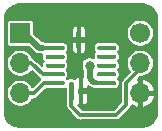
<source format=gbr>
%TF.GenerationSoftware,KiCad,Pcbnew,(5.1.12)-1*%
%TF.CreationDate,2021-11-22T20:58:17+01:00*%
%TF.ProjectId,Adapter-VCNL4010,41646170-7465-4722-9d56-434e4c343031,rev?*%
%TF.SameCoordinates,Original*%
%TF.FileFunction,Copper,L1,Top*%
%TF.FilePolarity,Positive*%
%FSLAX46Y46*%
G04 Gerber Fmt 4.6, Leading zero omitted, Abs format (unit mm)*
G04 Created by KiCad (PCBNEW (5.1.12)-1) date 2021-11-22 20:58:17*
%MOMM*%
%LPD*%
G01*
G04 APERTURE LIST*
%TA.AperFunction,ComponentPad*%
%ADD10O,1.700000X1.700000*%
%TD*%
%TA.AperFunction,ComponentPad*%
%ADD11C,1.700000*%
%TD*%
%TA.AperFunction,ComponentPad*%
%ADD12R,1.700000X1.700000*%
%TD*%
%TA.AperFunction,ViaPad*%
%ADD13C,0.800000*%
%TD*%
%TA.AperFunction,Conductor*%
%ADD14C,0.300000*%
%TD*%
%TA.AperFunction,Conductor*%
%ADD15C,0.500000*%
%TD*%
%TA.AperFunction,Conductor*%
%ADD16C,0.200000*%
%TD*%
%TA.AperFunction,Conductor*%
%ADD17C,0.100000*%
%TD*%
G04 APERTURE END LIST*
%TO.P,U1,1*%
%TO.N,/VCC_LED*%
%TA.AperFunction,SMDPad,CuDef*%
G36*
G01*
X153350000Y-129325000D02*
X154785000Y-129325000D01*
G75*
G02*
X154872500Y-129412500I0J-87500D01*
G01*
X154872500Y-129587500D01*
G75*
G02*
X154785000Y-129675000I-87500J0D01*
G01*
X153350000Y-129675000D01*
G75*
G02*
X153262500Y-129587500I0J87500D01*
G01*
X153262500Y-129412500D01*
G75*
G02*
X153350000Y-129325000I87500J0D01*
G01*
G37*
%TD.AperFunction*%
%TO.P,U1,2*%
%TO.N,N/C*%
%TA.AperFunction,SMDPad,CuDef*%
G36*
G01*
X153350000Y-130075000D02*
X154785000Y-130075000D01*
G75*
G02*
X154872500Y-130162500I0J-87500D01*
G01*
X154872500Y-130337500D01*
G75*
G02*
X154785000Y-130425000I-87500J0D01*
G01*
X153350000Y-130425000D01*
G75*
G02*
X153262500Y-130337500I0J87500D01*
G01*
X153262500Y-130162500D01*
G75*
G02*
X153350000Y-130075000I87500J0D01*
G01*
G37*
%TD.AperFunction*%
%TO.P,U1,3*%
%TA.AperFunction,SMDPad,CuDef*%
G36*
G01*
X153350000Y-130825000D02*
X154785000Y-130825000D01*
G75*
G02*
X154872500Y-130912500I0J-87500D01*
G01*
X154872500Y-131087500D01*
G75*
G02*
X154785000Y-131175000I-87500J0D01*
G01*
X153350000Y-131175000D01*
G75*
G02*
X153262500Y-131087500I0J87500D01*
G01*
X153262500Y-130912500D01*
G75*
G02*
X153350000Y-130825000I87500J0D01*
G01*
G37*
%TD.AperFunction*%
%TO.P,U1,4*%
%TO.N,/SDAT*%
%TA.AperFunction,SMDPad,CuDef*%
G36*
G01*
X153350000Y-131575000D02*
X154785000Y-131575000D01*
G75*
G02*
X154872500Y-131662500I0J-87500D01*
G01*
X154872500Y-131837500D01*
G75*
G02*
X154785000Y-131925000I-87500J0D01*
G01*
X153350000Y-131925000D01*
G75*
G02*
X153262500Y-131837500I0J87500D01*
G01*
X153262500Y-131662500D01*
G75*
G02*
X153350000Y-131575000I87500J0D01*
G01*
G37*
%TD.AperFunction*%
%TO.P,U1,5*%
%TO.N,/SCLK*%
%TA.AperFunction,SMDPad,CuDef*%
G36*
G01*
X153350000Y-132325000D02*
X154785000Y-132325000D01*
G75*
G02*
X154872500Y-132412500I0J-87500D01*
G01*
X154872500Y-132587500D01*
G75*
G02*
X154785000Y-132675000I-87500J0D01*
G01*
X153350000Y-132675000D01*
G75*
G02*
X153262500Y-132587500I0J87500D01*
G01*
X153262500Y-132412500D01*
G75*
G02*
X153350000Y-132325000I87500J0D01*
G01*
G37*
%TD.AperFunction*%
%TO.P,U1,7*%
%TO.N,Net-(C1-Pad1)*%
%TA.AperFunction,SMDPad,CuDef*%
G36*
G01*
X157715000Y-132325000D02*
X159150000Y-132325000D01*
G75*
G02*
X159237500Y-132412500I0J-87500D01*
G01*
X159237500Y-132587500D01*
G75*
G02*
X159150000Y-132675000I-87500J0D01*
G01*
X157715000Y-132675000D01*
G75*
G02*
X157627500Y-132587500I0J87500D01*
G01*
X157627500Y-132412500D01*
G75*
G02*
X157715000Y-132325000I87500J0D01*
G01*
G37*
%TD.AperFunction*%
%TO.P,U1,8*%
%TO.N,N/C*%
%TA.AperFunction,SMDPad,CuDef*%
G36*
G01*
X157715000Y-131575000D02*
X159150000Y-131575000D01*
G75*
G02*
X159237500Y-131662500I0J-87500D01*
G01*
X159237500Y-131837500D01*
G75*
G02*
X159150000Y-131925000I-87500J0D01*
G01*
X157715000Y-131925000D01*
G75*
G02*
X157627500Y-131837500I0J87500D01*
G01*
X157627500Y-131662500D01*
G75*
G02*
X157715000Y-131575000I87500J0D01*
G01*
G37*
%TD.AperFunction*%
%TO.P,U1,9*%
%TA.AperFunction,SMDPad,CuDef*%
G36*
G01*
X157715000Y-130825000D02*
X159150000Y-130825000D01*
G75*
G02*
X159237500Y-130912500I0J-87500D01*
G01*
X159237500Y-131087500D01*
G75*
G02*
X159150000Y-131175000I-87500J0D01*
G01*
X157715000Y-131175000D01*
G75*
G02*
X157627500Y-131087500I0J87500D01*
G01*
X157627500Y-130912500D01*
G75*
G02*
X157715000Y-130825000I87500J0D01*
G01*
G37*
%TD.AperFunction*%
%TO.P,U1,10*%
%TA.AperFunction,SMDPad,CuDef*%
G36*
G01*
X157715000Y-130075000D02*
X159150000Y-130075000D01*
G75*
G02*
X159237500Y-130162500I0J-87500D01*
G01*
X159237500Y-130337500D01*
G75*
G02*
X159150000Y-130425000I-87500J0D01*
G01*
X157715000Y-130425000D01*
G75*
G02*
X157627500Y-130337500I0J87500D01*
G01*
X157627500Y-130162500D01*
G75*
G02*
X157715000Y-130075000I87500J0D01*
G01*
G37*
%TD.AperFunction*%
%TO.P,U1,11*%
%TA.AperFunction,SMDPad,CuDef*%
G36*
G01*
X157715000Y-129325000D02*
X159150000Y-129325000D01*
G75*
G02*
X159237500Y-129412500I0J-87500D01*
G01*
X159237500Y-129587500D01*
G75*
G02*
X159150000Y-129675000I-87500J0D01*
G01*
X157715000Y-129675000D01*
G75*
G02*
X157627500Y-129587500I0J87500D01*
G01*
X157627500Y-129412500D01*
G75*
G02*
X157715000Y-129325000I87500J0D01*
G01*
G37*
%TD.AperFunction*%
%TO.P,U1,12*%
%TO.N,GND*%
%TA.AperFunction,SMDPad,CuDef*%
G36*
G01*
X155875000Y-129530000D02*
X155875000Y-128120000D01*
G75*
G02*
X155975000Y-128020000I100000J0D01*
G01*
X156175000Y-128020000D01*
G75*
G02*
X156275000Y-128120000I0J-100000D01*
G01*
X156275000Y-129530000D01*
G75*
G02*
X156175000Y-129630000I-100000J0D01*
G01*
X155975000Y-129630000D01*
G75*
G02*
X155875000Y-129530000I0J100000D01*
G01*
G37*
%TD.AperFunction*%
%TO.P,U1,6*%
%TO.N,/INT*%
%TA.AperFunction,SMDPad,CuDef*%
G36*
G01*
X155250000Y-133880000D02*
X155250000Y-132470000D01*
G75*
G02*
X155350000Y-132370000I100000J0D01*
G01*
X155550000Y-132370000D01*
G75*
G02*
X155650000Y-132470000I0J-100000D01*
G01*
X155650000Y-133880000D01*
G75*
G02*
X155550000Y-133980000I-100000J0D01*
G01*
X155350000Y-133980000D01*
G75*
G02*
X155250000Y-133880000I0J100000D01*
G01*
G37*
%TD.AperFunction*%
%TO.P,U1,13*%
%TO.N,GND*%
%TA.AperFunction,SMDPad,CuDef*%
G36*
G01*
X156050000Y-133880000D02*
X156050000Y-132470000D01*
G75*
G02*
X156150000Y-132370000I100000J0D01*
G01*
X156350000Y-132370000D01*
G75*
G02*
X156450000Y-132470000I0J-100000D01*
G01*
X156450000Y-133880000D01*
G75*
G02*
X156350000Y-133980000I-100000J0D01*
G01*
X156150000Y-133980000D01*
G75*
G02*
X156050000Y-133880000I0J100000D01*
G01*
G37*
%TD.AperFunction*%
%TD*%
D10*
%TO.P,J2,3*%
%TO.N,GND*%
X161290000Y-133350000D03*
%TO.P,J2,2*%
%TO.N,/INT*%
X161290000Y-130810000D03*
D11*
%TO.P,J2,1*%
%TO.N,/VCC*%
X161290000Y-128270000D03*
%TD*%
D10*
%TO.P,J1,3*%
%TO.N,/SCLK*%
X151130000Y-133350000D03*
%TO.P,J1,2*%
%TO.N,/SDAT*%
X151130000Y-130810000D03*
D12*
%TO.P,J1,1*%
%TO.N,/VCC_LED*%
X151130000Y-128270000D03*
%TD*%
D13*
%TO.N,GND*%
X157250000Y-126750000D03*
X157250000Y-128750000D03*
X157250000Y-127750000D03*
X157200000Y-133200000D03*
X157200000Y-134200000D03*
%TO.N,Net-(C1-Pad1)*%
X157000000Y-131000000D03*
%TD*%
D14*
%TO.N,/INT*%
X155450000Y-134450000D02*
X155450000Y-133175000D01*
X156200000Y-135200000D02*
X155450000Y-134450000D01*
X159200000Y-135200000D02*
X156200000Y-135200000D01*
X160089999Y-132510001D02*
X160089999Y-134310001D01*
X160089999Y-134310001D02*
X159200000Y-135200000D01*
X161290000Y-131310000D02*
X160089999Y-132510001D01*
X161290000Y-130810000D02*
X161290000Y-131310000D01*
%TO.N,/SDAT*%
X152060000Y-130810000D02*
X151130000Y-130810000D01*
X153000000Y-131750000D02*
X152060000Y-130810000D01*
X154067500Y-131750000D02*
X153000000Y-131750000D01*
%TO.N,/SCLK*%
X153100000Y-132500000D02*
X152250000Y-133350000D01*
X154067500Y-132500000D02*
X153100000Y-132500000D01*
X152250000Y-133350000D02*
X151130000Y-133350000D01*
D15*
%TO.N,Net-(C1-Pad1)*%
X157000000Y-132087783D02*
X157000000Y-131000000D01*
X157307849Y-132395632D02*
X157000000Y-132087783D01*
D14*
X157495632Y-132395632D02*
X157600000Y-132500000D01*
X157307849Y-132395632D02*
X157495632Y-132395632D01*
X157600000Y-132500000D02*
X157300000Y-132500000D01*
X158432500Y-132500000D02*
X157600000Y-132500000D01*
%TO.N,/VCC_LED*%
X154067500Y-129500000D02*
X153000000Y-129500000D01*
D15*
X153000000Y-129500000D02*
X152700000Y-129500000D01*
X152700000Y-129500000D02*
X151470000Y-128270000D01*
X151470000Y-128270000D02*
X151130000Y-128270000D01*
%TD*%
D16*
%TO.N,GND*%
X161727922Y-125848906D02*
X161947165Y-125915100D01*
X162149370Y-126022614D01*
X162326847Y-126167361D01*
X162472829Y-126343824D01*
X162581754Y-126545276D01*
X162649474Y-126764047D01*
X162675000Y-127006915D01*
X162675001Y-134984094D01*
X162651094Y-135227922D01*
X162584900Y-135447166D01*
X162477386Y-135649370D01*
X162332639Y-135826847D01*
X162156176Y-135972830D01*
X161954727Y-136081753D01*
X161735958Y-136149474D01*
X161493085Y-136175000D01*
X151015896Y-136175000D01*
X150772078Y-136151094D01*
X150552834Y-136084900D01*
X150350630Y-135977386D01*
X150173153Y-135832639D01*
X150027170Y-135656176D01*
X149918247Y-135454727D01*
X149850526Y-135235958D01*
X149825000Y-134993085D01*
X149825000Y-127420000D01*
X149978549Y-127420000D01*
X149978549Y-129120000D01*
X149984341Y-129178810D01*
X150001496Y-129235360D01*
X150029353Y-129287477D01*
X150066842Y-129333158D01*
X150112523Y-129370647D01*
X150164640Y-129398504D01*
X150221190Y-129415659D01*
X150280000Y-129421451D01*
X151843634Y-129421451D01*
X152291987Y-129869804D01*
X152309210Y-129890790D01*
X152392958Y-129959521D01*
X152488506Y-130010592D01*
X152592181Y-130042042D01*
X152672982Y-130050000D01*
X152672989Y-130050000D01*
X152700000Y-130052660D01*
X152727011Y-130050000D01*
X152979631Y-130050000D01*
X152968523Y-130086619D01*
X152961049Y-130162500D01*
X152961049Y-130337500D01*
X152968523Y-130413381D01*
X152990656Y-130486345D01*
X153026599Y-130553590D01*
X153074970Y-130612530D01*
X153090165Y-130625000D01*
X153074970Y-130637470D01*
X153026599Y-130696410D01*
X152990656Y-130763655D01*
X152968523Y-130836619D01*
X152961049Y-130912500D01*
X152961049Y-131074653D01*
X152393829Y-130507434D01*
X152379737Y-130490263D01*
X152311216Y-130434029D01*
X152233041Y-130392243D01*
X152197207Y-130381373D01*
X152149116Y-130265271D01*
X152023263Y-130076918D01*
X151863082Y-129916737D01*
X151674729Y-129790884D01*
X151465443Y-129704194D01*
X151243265Y-129660000D01*
X151016735Y-129660000D01*
X150794557Y-129704194D01*
X150585271Y-129790884D01*
X150396918Y-129916737D01*
X150236737Y-130076918D01*
X150110884Y-130265271D01*
X150024194Y-130474557D01*
X149980000Y-130696735D01*
X149980000Y-130923265D01*
X150024194Y-131145443D01*
X150110884Y-131354729D01*
X150236737Y-131543082D01*
X150396918Y-131703263D01*
X150585271Y-131829116D01*
X150794557Y-131915806D01*
X151016735Y-131960000D01*
X151243265Y-131960000D01*
X151465443Y-131915806D01*
X151674729Y-131829116D01*
X151863082Y-131703263D01*
X152023263Y-131543082D01*
X152076705Y-131463100D01*
X152666176Y-132052572D01*
X152680263Y-132069737D01*
X152697428Y-132083824D01*
X152697432Y-132083828D01*
X152748783Y-132125971D01*
X152807908Y-132157574D01*
X152797432Y-132166172D01*
X152797428Y-132166176D01*
X152780263Y-132180263D01*
X152766176Y-132197428D01*
X152151816Y-132811789D01*
X152149116Y-132805271D01*
X152023263Y-132616918D01*
X151863082Y-132456737D01*
X151674729Y-132330884D01*
X151465443Y-132244194D01*
X151243265Y-132200000D01*
X151016735Y-132200000D01*
X150794557Y-132244194D01*
X150585271Y-132330884D01*
X150396918Y-132456737D01*
X150236737Y-132616918D01*
X150110884Y-132805271D01*
X150024194Y-133014557D01*
X149980000Y-133236735D01*
X149980000Y-133463265D01*
X150024194Y-133685443D01*
X150110884Y-133894729D01*
X150236737Y-134083082D01*
X150396918Y-134243263D01*
X150585271Y-134369116D01*
X150794557Y-134455806D01*
X151016735Y-134500000D01*
X151243265Y-134500000D01*
X151465443Y-134455806D01*
X151674729Y-134369116D01*
X151863082Y-134243263D01*
X152023263Y-134083082D01*
X152149116Y-133894729D01*
X152188354Y-133800000D01*
X152227906Y-133800000D01*
X152250000Y-133802176D01*
X152272094Y-133800000D01*
X152272105Y-133800000D01*
X152338215Y-133793489D01*
X152423041Y-133767757D01*
X152501216Y-133725971D01*
X152569737Y-133669737D01*
X152583829Y-133652567D01*
X153268978Y-132967418D01*
X153274119Y-132968977D01*
X153350000Y-132976451D01*
X154785000Y-132976451D01*
X154860881Y-132968977D01*
X154933845Y-132946844D01*
X154948549Y-132938985D01*
X154948549Y-133880000D01*
X154956263Y-133958319D01*
X154979108Y-134033629D01*
X155000000Y-134072715D01*
X155000000Y-134427905D01*
X154997824Y-134450000D01*
X155000000Y-134472094D01*
X155000000Y-134472104D01*
X155006511Y-134538214D01*
X155029067Y-134612569D01*
X155032243Y-134623040D01*
X155074029Y-134701216D01*
X155113723Y-134749583D01*
X155130263Y-134769737D01*
X155147433Y-134783828D01*
X155866176Y-135502572D01*
X155880263Y-135519737D01*
X155897428Y-135533824D01*
X155897432Y-135533828D01*
X155948783Y-135575971D01*
X156013811Y-135610729D01*
X156026959Y-135617757D01*
X156111785Y-135643489D01*
X156177895Y-135650000D01*
X156177905Y-135650000D01*
X156199999Y-135652176D01*
X156222093Y-135650000D01*
X159177906Y-135650000D01*
X159200000Y-135652176D01*
X159222094Y-135650000D01*
X159222105Y-135650000D01*
X159288215Y-135643489D01*
X159373041Y-135617757D01*
X159451216Y-135575971D01*
X159519737Y-135519737D01*
X159533829Y-135502567D01*
X160392571Y-134643825D01*
X160409736Y-134629738D01*
X160423823Y-134612573D01*
X160423827Y-134612569D01*
X160465970Y-134561218D01*
X160507756Y-134483042D01*
X160517779Y-134450000D01*
X160533488Y-134398216D01*
X160538651Y-134345791D01*
X160719749Y-134462353D01*
X160947716Y-134552230D01*
X161140000Y-134490974D01*
X161140000Y-133500000D01*
X161440000Y-133500000D01*
X161440000Y-134490974D01*
X161632284Y-134552230D01*
X161860251Y-134462353D01*
X162066303Y-134329729D01*
X162242522Y-134159455D01*
X162382136Y-133958074D01*
X162479780Y-133733325D01*
X162492223Y-133692283D01*
X162430175Y-133500000D01*
X161440000Y-133500000D01*
X161140000Y-133500000D01*
X161120000Y-133500000D01*
X161120000Y-133200000D01*
X161140000Y-133200000D01*
X161140000Y-132209026D01*
X161440000Y-132209026D01*
X161440000Y-133200000D01*
X162430175Y-133200000D01*
X162492223Y-133007717D01*
X162479780Y-132966675D01*
X162382136Y-132741926D01*
X162242522Y-132540545D01*
X162066303Y-132370271D01*
X161860251Y-132237647D01*
X161632284Y-132147770D01*
X161440000Y-132209026D01*
X161140000Y-132209026D01*
X161054581Y-132181814D01*
X161276396Y-131960000D01*
X161403265Y-131960000D01*
X161625443Y-131915806D01*
X161834729Y-131829116D01*
X162023082Y-131703263D01*
X162183263Y-131543082D01*
X162309116Y-131354729D01*
X162395806Y-131145443D01*
X162440000Y-130923265D01*
X162440000Y-130696735D01*
X162395806Y-130474557D01*
X162309116Y-130265271D01*
X162183263Y-130076918D01*
X162023082Y-129916737D01*
X161834729Y-129790884D01*
X161625443Y-129704194D01*
X161403265Y-129660000D01*
X161176735Y-129660000D01*
X160954557Y-129704194D01*
X160745271Y-129790884D01*
X160556918Y-129916737D01*
X160396737Y-130076918D01*
X160270884Y-130265271D01*
X160184194Y-130474557D01*
X160140000Y-130696735D01*
X160140000Y-130923265D01*
X160184194Y-131145443D01*
X160270884Y-131354729D01*
X160396737Y-131543082D01*
X160408630Y-131554975D01*
X159787433Y-132176172D01*
X159770262Y-132190264D01*
X159756171Y-132207434D01*
X159714028Y-132258785D01*
X159692385Y-132299276D01*
X159672242Y-132336961D01*
X159646510Y-132421787D01*
X159639999Y-132487897D01*
X159639999Y-132487907D01*
X159637823Y-132510001D01*
X159639999Y-132532096D01*
X159640000Y-134123604D01*
X159013605Y-134750000D01*
X156386396Y-134750000D01*
X156014870Y-134378475D01*
X156050000Y-134381935D01*
X156050000Y-134380000D01*
X156150000Y-134280000D01*
X156150000Y-133325000D01*
X156350000Y-133325000D01*
X156350000Y-134280000D01*
X156450000Y-134380000D01*
X156450000Y-134381935D01*
X156528414Y-134374212D01*
X156603814Y-134351340D01*
X156673303Y-134314197D01*
X156734211Y-134264211D01*
X156784197Y-134203303D01*
X156821340Y-134133814D01*
X156844212Y-134058414D01*
X156851935Y-133980000D01*
X156850000Y-133425000D01*
X156750000Y-133325000D01*
X156350000Y-133325000D01*
X156150000Y-133325000D01*
X156080000Y-133325000D01*
X156080000Y-133025000D01*
X156150000Y-133025000D01*
X156150000Y-132070000D01*
X156050000Y-131970000D01*
X156050000Y-131968065D01*
X155971586Y-131975788D01*
X155896186Y-131998660D01*
X155826697Y-132035803D01*
X155765789Y-132085789D01*
X155739238Y-132118142D01*
X155703629Y-132099108D01*
X155628319Y-132076263D01*
X155550000Y-132068549D01*
X155350000Y-132068549D01*
X155271681Y-132076263D01*
X155196371Y-132099108D01*
X155126966Y-132136206D01*
X155086349Y-132169539D01*
X155060030Y-132137470D01*
X155044835Y-132125000D01*
X155060030Y-132112530D01*
X155108401Y-132053590D01*
X155144344Y-131986345D01*
X155166477Y-131913381D01*
X155173951Y-131837500D01*
X155173951Y-131662500D01*
X155166477Y-131586619D01*
X155144344Y-131513655D01*
X155108401Y-131446410D01*
X155060030Y-131387470D01*
X155044835Y-131375000D01*
X155060030Y-131362530D01*
X155108401Y-131303590D01*
X155144344Y-131236345D01*
X155166477Y-131163381D01*
X155173951Y-131087500D01*
X155173951Y-130931056D01*
X156300000Y-130931056D01*
X156300000Y-131068944D01*
X156326901Y-131204182D01*
X156379668Y-131331574D01*
X156450001Y-131436835D01*
X156450000Y-131968065D01*
X156450000Y-131970000D01*
X156350000Y-132070000D01*
X156350000Y-133025000D01*
X156750000Y-133025000D01*
X156850000Y-132925000D01*
X156850728Y-132716328D01*
X156938045Y-132803645D01*
X157000806Y-132855152D01*
X157096354Y-132906223D01*
X157117226Y-132912555D01*
X157126959Y-132917757D01*
X157211785Y-132943489D01*
X157277895Y-132950000D01*
X157576559Y-132950000D01*
X157639119Y-132968977D01*
X157715000Y-132976451D01*
X159150000Y-132976451D01*
X159225881Y-132968977D01*
X159298845Y-132946844D01*
X159366090Y-132910901D01*
X159425030Y-132862530D01*
X159473401Y-132803590D01*
X159509344Y-132736345D01*
X159531477Y-132663381D01*
X159538951Y-132587500D01*
X159538951Y-132412500D01*
X159531477Y-132336619D01*
X159509344Y-132263655D01*
X159473401Y-132196410D01*
X159425030Y-132137470D01*
X159409835Y-132125000D01*
X159425030Y-132112530D01*
X159473401Y-132053590D01*
X159509344Y-131986345D01*
X159531477Y-131913381D01*
X159538951Y-131837500D01*
X159538951Y-131662500D01*
X159531477Y-131586619D01*
X159509344Y-131513655D01*
X159473401Y-131446410D01*
X159425030Y-131387470D01*
X159409835Y-131375000D01*
X159425030Y-131362530D01*
X159473401Y-131303590D01*
X159509344Y-131236345D01*
X159531477Y-131163381D01*
X159538951Y-131087500D01*
X159538951Y-130912500D01*
X159531477Y-130836619D01*
X159509344Y-130763655D01*
X159473401Y-130696410D01*
X159425030Y-130637470D01*
X159409835Y-130625000D01*
X159425030Y-130612530D01*
X159473401Y-130553590D01*
X159509344Y-130486345D01*
X159531477Y-130413381D01*
X159538951Y-130337500D01*
X159538951Y-130162500D01*
X159531477Y-130086619D01*
X159509344Y-130013655D01*
X159473401Y-129946410D01*
X159425030Y-129887470D01*
X159409835Y-129875000D01*
X159425030Y-129862530D01*
X159473401Y-129803590D01*
X159509344Y-129736345D01*
X159531477Y-129663381D01*
X159538951Y-129587500D01*
X159538951Y-129412500D01*
X159531477Y-129336619D01*
X159509344Y-129263655D01*
X159473401Y-129196410D01*
X159425030Y-129137470D01*
X159366090Y-129089099D01*
X159298845Y-129053156D01*
X159225881Y-129031023D01*
X159150000Y-129023549D01*
X157715000Y-129023549D01*
X157639119Y-129031023D01*
X157566155Y-129053156D01*
X157498910Y-129089099D01*
X157439970Y-129137470D01*
X157391599Y-129196410D01*
X157355656Y-129263655D01*
X157333523Y-129336619D01*
X157326049Y-129412500D01*
X157326049Y-129587500D01*
X157333523Y-129663381D01*
X157355656Y-129736345D01*
X157391599Y-129803590D01*
X157439970Y-129862530D01*
X157455165Y-129875000D01*
X157439970Y-129887470D01*
X157391599Y-129946410D01*
X157355656Y-130013655D01*
X157333523Y-130086619D01*
X157326049Y-130162500D01*
X157326049Y-130337500D01*
X157330144Y-130379076D01*
X157204182Y-130326901D01*
X157068944Y-130300000D01*
X156931056Y-130300000D01*
X156795818Y-130326901D01*
X156668426Y-130379668D01*
X156553776Y-130456274D01*
X156456274Y-130553776D01*
X156379668Y-130668426D01*
X156326901Y-130795818D01*
X156300000Y-130931056D01*
X155173951Y-130931056D01*
X155173951Y-130912500D01*
X155166477Y-130836619D01*
X155144344Y-130763655D01*
X155108401Y-130696410D01*
X155060030Y-130637470D01*
X155044835Y-130625000D01*
X155060030Y-130612530D01*
X155108401Y-130553590D01*
X155144344Y-130486345D01*
X155166477Y-130413381D01*
X155173951Y-130337500D01*
X155173951Y-130162500D01*
X155166477Y-130086619D01*
X155144344Y-130013655D01*
X155108401Y-129946410D01*
X155060030Y-129887470D01*
X155044835Y-129875000D01*
X155060030Y-129862530D01*
X155108401Y-129803590D01*
X155144344Y-129736345D01*
X155166477Y-129663381D01*
X155169764Y-129630000D01*
X155473065Y-129630000D01*
X155480788Y-129708414D01*
X155503660Y-129783814D01*
X155540803Y-129853303D01*
X155590789Y-129914211D01*
X155651697Y-129964197D01*
X155721186Y-130001340D01*
X155796586Y-130024212D01*
X155875000Y-130031935D01*
X155875000Y-130030000D01*
X155975000Y-129930000D01*
X155975000Y-128975000D01*
X156175000Y-128975000D01*
X156175000Y-129930000D01*
X156275000Y-130030000D01*
X156275000Y-130031935D01*
X156353414Y-130024212D01*
X156428814Y-130001340D01*
X156498303Y-129964197D01*
X156559211Y-129914211D01*
X156609197Y-129853303D01*
X156646340Y-129783814D01*
X156669212Y-129708414D01*
X156676935Y-129630000D01*
X156675000Y-129075000D01*
X156575000Y-128975000D01*
X156175000Y-128975000D01*
X155975000Y-128975000D01*
X155575000Y-128975000D01*
X155475000Y-129075000D01*
X155473065Y-129630000D01*
X155169764Y-129630000D01*
X155173951Y-129587500D01*
X155173951Y-129412500D01*
X155166477Y-129336619D01*
X155144344Y-129263655D01*
X155108401Y-129196410D01*
X155060030Y-129137470D01*
X155001090Y-129089099D01*
X154933845Y-129053156D01*
X154860881Y-129031023D01*
X154785000Y-129023549D01*
X153350000Y-129023549D01*
X153286981Y-129029756D01*
X153211494Y-128989408D01*
X153107819Y-128957958D01*
X153027018Y-128950000D01*
X152927817Y-128950000D01*
X152281451Y-128303634D01*
X152281451Y-128020000D01*
X155473065Y-128020000D01*
X155475000Y-128575000D01*
X155575000Y-128675000D01*
X155975000Y-128675000D01*
X155975000Y-127720000D01*
X156175000Y-127720000D01*
X156175000Y-128675000D01*
X156575000Y-128675000D01*
X156675000Y-128575000D01*
X156676458Y-128156735D01*
X160140000Y-128156735D01*
X160140000Y-128383265D01*
X160184194Y-128605443D01*
X160270884Y-128814729D01*
X160396737Y-129003082D01*
X160556918Y-129163263D01*
X160745271Y-129289116D01*
X160954557Y-129375806D01*
X161176735Y-129420000D01*
X161403265Y-129420000D01*
X161625443Y-129375806D01*
X161834729Y-129289116D01*
X162023082Y-129163263D01*
X162183263Y-129003082D01*
X162309116Y-128814729D01*
X162395806Y-128605443D01*
X162440000Y-128383265D01*
X162440000Y-128156735D01*
X162395806Y-127934557D01*
X162309116Y-127725271D01*
X162183263Y-127536918D01*
X162023082Y-127376737D01*
X161834729Y-127250884D01*
X161625443Y-127164194D01*
X161403265Y-127120000D01*
X161176735Y-127120000D01*
X160954557Y-127164194D01*
X160745271Y-127250884D01*
X160556918Y-127376737D01*
X160396737Y-127536918D01*
X160270884Y-127725271D01*
X160184194Y-127934557D01*
X160140000Y-128156735D01*
X156676458Y-128156735D01*
X156676935Y-128020000D01*
X156669212Y-127941586D01*
X156646340Y-127866186D01*
X156609197Y-127796697D01*
X156559211Y-127735789D01*
X156498303Y-127685803D01*
X156428814Y-127648660D01*
X156353414Y-127625788D01*
X156275000Y-127618065D01*
X156275000Y-127620000D01*
X156175000Y-127720000D01*
X155975000Y-127720000D01*
X155875000Y-127620000D01*
X155875000Y-127618065D01*
X155796586Y-127625788D01*
X155721186Y-127648660D01*
X155651697Y-127685803D01*
X155590789Y-127735789D01*
X155540803Y-127796697D01*
X155503660Y-127866186D01*
X155480788Y-127941586D01*
X155473065Y-128020000D01*
X152281451Y-128020000D01*
X152281451Y-127420000D01*
X152275659Y-127361190D01*
X152258504Y-127304640D01*
X152230647Y-127252523D01*
X152193158Y-127206842D01*
X152147477Y-127169353D01*
X152095360Y-127141496D01*
X152038810Y-127124341D01*
X151980000Y-127118549D01*
X150280000Y-127118549D01*
X150221190Y-127124341D01*
X150164640Y-127141496D01*
X150112523Y-127169353D01*
X150066842Y-127206842D01*
X150029353Y-127252523D01*
X150001496Y-127304640D01*
X149984341Y-127361190D01*
X149978549Y-127420000D01*
X149825000Y-127420000D01*
X149825000Y-127015896D01*
X149848906Y-126772078D01*
X149915100Y-126552835D01*
X150022614Y-126350630D01*
X150167361Y-126173153D01*
X150343824Y-126027171D01*
X150545276Y-125918246D01*
X150764047Y-125850526D01*
X151006915Y-125825000D01*
X161484104Y-125825000D01*
X161727922Y-125848906D01*
%TA.AperFunction,Conductor*%
D17*
G36*
X161727922Y-125848906D02*
G01*
X161947165Y-125915100D01*
X162149370Y-126022614D01*
X162326847Y-126167361D01*
X162472829Y-126343824D01*
X162581754Y-126545276D01*
X162649474Y-126764047D01*
X162675000Y-127006915D01*
X162675001Y-134984094D01*
X162651094Y-135227922D01*
X162584900Y-135447166D01*
X162477386Y-135649370D01*
X162332639Y-135826847D01*
X162156176Y-135972830D01*
X161954727Y-136081753D01*
X161735958Y-136149474D01*
X161493085Y-136175000D01*
X151015896Y-136175000D01*
X150772078Y-136151094D01*
X150552834Y-136084900D01*
X150350630Y-135977386D01*
X150173153Y-135832639D01*
X150027170Y-135656176D01*
X149918247Y-135454727D01*
X149850526Y-135235958D01*
X149825000Y-134993085D01*
X149825000Y-127420000D01*
X149978549Y-127420000D01*
X149978549Y-129120000D01*
X149984341Y-129178810D01*
X150001496Y-129235360D01*
X150029353Y-129287477D01*
X150066842Y-129333158D01*
X150112523Y-129370647D01*
X150164640Y-129398504D01*
X150221190Y-129415659D01*
X150280000Y-129421451D01*
X151843634Y-129421451D01*
X152291987Y-129869804D01*
X152309210Y-129890790D01*
X152392958Y-129959521D01*
X152488506Y-130010592D01*
X152592181Y-130042042D01*
X152672982Y-130050000D01*
X152672989Y-130050000D01*
X152700000Y-130052660D01*
X152727011Y-130050000D01*
X152979631Y-130050000D01*
X152968523Y-130086619D01*
X152961049Y-130162500D01*
X152961049Y-130337500D01*
X152968523Y-130413381D01*
X152990656Y-130486345D01*
X153026599Y-130553590D01*
X153074970Y-130612530D01*
X153090165Y-130625000D01*
X153074970Y-130637470D01*
X153026599Y-130696410D01*
X152990656Y-130763655D01*
X152968523Y-130836619D01*
X152961049Y-130912500D01*
X152961049Y-131074653D01*
X152393829Y-130507434D01*
X152379737Y-130490263D01*
X152311216Y-130434029D01*
X152233041Y-130392243D01*
X152197207Y-130381373D01*
X152149116Y-130265271D01*
X152023263Y-130076918D01*
X151863082Y-129916737D01*
X151674729Y-129790884D01*
X151465443Y-129704194D01*
X151243265Y-129660000D01*
X151016735Y-129660000D01*
X150794557Y-129704194D01*
X150585271Y-129790884D01*
X150396918Y-129916737D01*
X150236737Y-130076918D01*
X150110884Y-130265271D01*
X150024194Y-130474557D01*
X149980000Y-130696735D01*
X149980000Y-130923265D01*
X150024194Y-131145443D01*
X150110884Y-131354729D01*
X150236737Y-131543082D01*
X150396918Y-131703263D01*
X150585271Y-131829116D01*
X150794557Y-131915806D01*
X151016735Y-131960000D01*
X151243265Y-131960000D01*
X151465443Y-131915806D01*
X151674729Y-131829116D01*
X151863082Y-131703263D01*
X152023263Y-131543082D01*
X152076705Y-131463100D01*
X152666176Y-132052572D01*
X152680263Y-132069737D01*
X152697428Y-132083824D01*
X152697432Y-132083828D01*
X152748783Y-132125971D01*
X152807908Y-132157574D01*
X152797432Y-132166172D01*
X152797428Y-132166176D01*
X152780263Y-132180263D01*
X152766176Y-132197428D01*
X152151816Y-132811789D01*
X152149116Y-132805271D01*
X152023263Y-132616918D01*
X151863082Y-132456737D01*
X151674729Y-132330884D01*
X151465443Y-132244194D01*
X151243265Y-132200000D01*
X151016735Y-132200000D01*
X150794557Y-132244194D01*
X150585271Y-132330884D01*
X150396918Y-132456737D01*
X150236737Y-132616918D01*
X150110884Y-132805271D01*
X150024194Y-133014557D01*
X149980000Y-133236735D01*
X149980000Y-133463265D01*
X150024194Y-133685443D01*
X150110884Y-133894729D01*
X150236737Y-134083082D01*
X150396918Y-134243263D01*
X150585271Y-134369116D01*
X150794557Y-134455806D01*
X151016735Y-134500000D01*
X151243265Y-134500000D01*
X151465443Y-134455806D01*
X151674729Y-134369116D01*
X151863082Y-134243263D01*
X152023263Y-134083082D01*
X152149116Y-133894729D01*
X152188354Y-133800000D01*
X152227906Y-133800000D01*
X152250000Y-133802176D01*
X152272094Y-133800000D01*
X152272105Y-133800000D01*
X152338215Y-133793489D01*
X152423041Y-133767757D01*
X152501216Y-133725971D01*
X152569737Y-133669737D01*
X152583829Y-133652567D01*
X153268978Y-132967418D01*
X153274119Y-132968977D01*
X153350000Y-132976451D01*
X154785000Y-132976451D01*
X154860881Y-132968977D01*
X154933845Y-132946844D01*
X154948549Y-132938985D01*
X154948549Y-133880000D01*
X154956263Y-133958319D01*
X154979108Y-134033629D01*
X155000000Y-134072715D01*
X155000000Y-134427905D01*
X154997824Y-134450000D01*
X155000000Y-134472094D01*
X155000000Y-134472104D01*
X155006511Y-134538214D01*
X155029067Y-134612569D01*
X155032243Y-134623040D01*
X155074029Y-134701216D01*
X155113723Y-134749583D01*
X155130263Y-134769737D01*
X155147433Y-134783828D01*
X155866176Y-135502572D01*
X155880263Y-135519737D01*
X155897428Y-135533824D01*
X155897432Y-135533828D01*
X155948783Y-135575971D01*
X156013811Y-135610729D01*
X156026959Y-135617757D01*
X156111785Y-135643489D01*
X156177895Y-135650000D01*
X156177905Y-135650000D01*
X156199999Y-135652176D01*
X156222093Y-135650000D01*
X159177906Y-135650000D01*
X159200000Y-135652176D01*
X159222094Y-135650000D01*
X159222105Y-135650000D01*
X159288215Y-135643489D01*
X159373041Y-135617757D01*
X159451216Y-135575971D01*
X159519737Y-135519737D01*
X159533829Y-135502567D01*
X160392571Y-134643825D01*
X160409736Y-134629738D01*
X160423823Y-134612573D01*
X160423827Y-134612569D01*
X160465970Y-134561218D01*
X160507756Y-134483042D01*
X160517779Y-134450000D01*
X160533488Y-134398216D01*
X160538651Y-134345791D01*
X160719749Y-134462353D01*
X160947716Y-134552230D01*
X161140000Y-134490974D01*
X161140000Y-133500000D01*
X161440000Y-133500000D01*
X161440000Y-134490974D01*
X161632284Y-134552230D01*
X161860251Y-134462353D01*
X162066303Y-134329729D01*
X162242522Y-134159455D01*
X162382136Y-133958074D01*
X162479780Y-133733325D01*
X162492223Y-133692283D01*
X162430175Y-133500000D01*
X161440000Y-133500000D01*
X161140000Y-133500000D01*
X161120000Y-133500000D01*
X161120000Y-133200000D01*
X161140000Y-133200000D01*
X161140000Y-132209026D01*
X161440000Y-132209026D01*
X161440000Y-133200000D01*
X162430175Y-133200000D01*
X162492223Y-133007717D01*
X162479780Y-132966675D01*
X162382136Y-132741926D01*
X162242522Y-132540545D01*
X162066303Y-132370271D01*
X161860251Y-132237647D01*
X161632284Y-132147770D01*
X161440000Y-132209026D01*
X161140000Y-132209026D01*
X161054581Y-132181814D01*
X161276396Y-131960000D01*
X161403265Y-131960000D01*
X161625443Y-131915806D01*
X161834729Y-131829116D01*
X162023082Y-131703263D01*
X162183263Y-131543082D01*
X162309116Y-131354729D01*
X162395806Y-131145443D01*
X162440000Y-130923265D01*
X162440000Y-130696735D01*
X162395806Y-130474557D01*
X162309116Y-130265271D01*
X162183263Y-130076918D01*
X162023082Y-129916737D01*
X161834729Y-129790884D01*
X161625443Y-129704194D01*
X161403265Y-129660000D01*
X161176735Y-129660000D01*
X160954557Y-129704194D01*
X160745271Y-129790884D01*
X160556918Y-129916737D01*
X160396737Y-130076918D01*
X160270884Y-130265271D01*
X160184194Y-130474557D01*
X160140000Y-130696735D01*
X160140000Y-130923265D01*
X160184194Y-131145443D01*
X160270884Y-131354729D01*
X160396737Y-131543082D01*
X160408630Y-131554975D01*
X159787433Y-132176172D01*
X159770262Y-132190264D01*
X159756171Y-132207434D01*
X159714028Y-132258785D01*
X159692385Y-132299276D01*
X159672242Y-132336961D01*
X159646510Y-132421787D01*
X159639999Y-132487897D01*
X159639999Y-132487907D01*
X159637823Y-132510001D01*
X159639999Y-132532096D01*
X159640000Y-134123604D01*
X159013605Y-134750000D01*
X156386396Y-134750000D01*
X156014870Y-134378475D01*
X156050000Y-134381935D01*
X156050000Y-134380000D01*
X156150000Y-134280000D01*
X156150000Y-133325000D01*
X156350000Y-133325000D01*
X156350000Y-134280000D01*
X156450000Y-134380000D01*
X156450000Y-134381935D01*
X156528414Y-134374212D01*
X156603814Y-134351340D01*
X156673303Y-134314197D01*
X156734211Y-134264211D01*
X156784197Y-134203303D01*
X156821340Y-134133814D01*
X156844212Y-134058414D01*
X156851935Y-133980000D01*
X156850000Y-133425000D01*
X156750000Y-133325000D01*
X156350000Y-133325000D01*
X156150000Y-133325000D01*
X156080000Y-133325000D01*
X156080000Y-133025000D01*
X156150000Y-133025000D01*
X156150000Y-132070000D01*
X156050000Y-131970000D01*
X156050000Y-131968065D01*
X155971586Y-131975788D01*
X155896186Y-131998660D01*
X155826697Y-132035803D01*
X155765789Y-132085789D01*
X155739238Y-132118142D01*
X155703629Y-132099108D01*
X155628319Y-132076263D01*
X155550000Y-132068549D01*
X155350000Y-132068549D01*
X155271681Y-132076263D01*
X155196371Y-132099108D01*
X155126966Y-132136206D01*
X155086349Y-132169539D01*
X155060030Y-132137470D01*
X155044835Y-132125000D01*
X155060030Y-132112530D01*
X155108401Y-132053590D01*
X155144344Y-131986345D01*
X155166477Y-131913381D01*
X155173951Y-131837500D01*
X155173951Y-131662500D01*
X155166477Y-131586619D01*
X155144344Y-131513655D01*
X155108401Y-131446410D01*
X155060030Y-131387470D01*
X155044835Y-131375000D01*
X155060030Y-131362530D01*
X155108401Y-131303590D01*
X155144344Y-131236345D01*
X155166477Y-131163381D01*
X155173951Y-131087500D01*
X155173951Y-130931056D01*
X156300000Y-130931056D01*
X156300000Y-131068944D01*
X156326901Y-131204182D01*
X156379668Y-131331574D01*
X156450001Y-131436835D01*
X156450000Y-131968065D01*
X156450000Y-131970000D01*
X156350000Y-132070000D01*
X156350000Y-133025000D01*
X156750000Y-133025000D01*
X156850000Y-132925000D01*
X156850728Y-132716328D01*
X156938045Y-132803645D01*
X157000806Y-132855152D01*
X157096354Y-132906223D01*
X157117226Y-132912555D01*
X157126959Y-132917757D01*
X157211785Y-132943489D01*
X157277895Y-132950000D01*
X157576559Y-132950000D01*
X157639119Y-132968977D01*
X157715000Y-132976451D01*
X159150000Y-132976451D01*
X159225881Y-132968977D01*
X159298845Y-132946844D01*
X159366090Y-132910901D01*
X159425030Y-132862530D01*
X159473401Y-132803590D01*
X159509344Y-132736345D01*
X159531477Y-132663381D01*
X159538951Y-132587500D01*
X159538951Y-132412500D01*
X159531477Y-132336619D01*
X159509344Y-132263655D01*
X159473401Y-132196410D01*
X159425030Y-132137470D01*
X159409835Y-132125000D01*
X159425030Y-132112530D01*
X159473401Y-132053590D01*
X159509344Y-131986345D01*
X159531477Y-131913381D01*
X159538951Y-131837500D01*
X159538951Y-131662500D01*
X159531477Y-131586619D01*
X159509344Y-131513655D01*
X159473401Y-131446410D01*
X159425030Y-131387470D01*
X159409835Y-131375000D01*
X159425030Y-131362530D01*
X159473401Y-131303590D01*
X159509344Y-131236345D01*
X159531477Y-131163381D01*
X159538951Y-131087500D01*
X159538951Y-130912500D01*
X159531477Y-130836619D01*
X159509344Y-130763655D01*
X159473401Y-130696410D01*
X159425030Y-130637470D01*
X159409835Y-130625000D01*
X159425030Y-130612530D01*
X159473401Y-130553590D01*
X159509344Y-130486345D01*
X159531477Y-130413381D01*
X159538951Y-130337500D01*
X159538951Y-130162500D01*
X159531477Y-130086619D01*
X159509344Y-130013655D01*
X159473401Y-129946410D01*
X159425030Y-129887470D01*
X159409835Y-129875000D01*
X159425030Y-129862530D01*
X159473401Y-129803590D01*
X159509344Y-129736345D01*
X159531477Y-129663381D01*
X159538951Y-129587500D01*
X159538951Y-129412500D01*
X159531477Y-129336619D01*
X159509344Y-129263655D01*
X159473401Y-129196410D01*
X159425030Y-129137470D01*
X159366090Y-129089099D01*
X159298845Y-129053156D01*
X159225881Y-129031023D01*
X159150000Y-129023549D01*
X157715000Y-129023549D01*
X157639119Y-129031023D01*
X157566155Y-129053156D01*
X157498910Y-129089099D01*
X157439970Y-129137470D01*
X157391599Y-129196410D01*
X157355656Y-129263655D01*
X157333523Y-129336619D01*
X157326049Y-129412500D01*
X157326049Y-129587500D01*
X157333523Y-129663381D01*
X157355656Y-129736345D01*
X157391599Y-129803590D01*
X157439970Y-129862530D01*
X157455165Y-129875000D01*
X157439970Y-129887470D01*
X157391599Y-129946410D01*
X157355656Y-130013655D01*
X157333523Y-130086619D01*
X157326049Y-130162500D01*
X157326049Y-130337500D01*
X157330144Y-130379076D01*
X157204182Y-130326901D01*
X157068944Y-130300000D01*
X156931056Y-130300000D01*
X156795818Y-130326901D01*
X156668426Y-130379668D01*
X156553776Y-130456274D01*
X156456274Y-130553776D01*
X156379668Y-130668426D01*
X156326901Y-130795818D01*
X156300000Y-130931056D01*
X155173951Y-130931056D01*
X155173951Y-130912500D01*
X155166477Y-130836619D01*
X155144344Y-130763655D01*
X155108401Y-130696410D01*
X155060030Y-130637470D01*
X155044835Y-130625000D01*
X155060030Y-130612530D01*
X155108401Y-130553590D01*
X155144344Y-130486345D01*
X155166477Y-130413381D01*
X155173951Y-130337500D01*
X155173951Y-130162500D01*
X155166477Y-130086619D01*
X155144344Y-130013655D01*
X155108401Y-129946410D01*
X155060030Y-129887470D01*
X155044835Y-129875000D01*
X155060030Y-129862530D01*
X155108401Y-129803590D01*
X155144344Y-129736345D01*
X155166477Y-129663381D01*
X155169764Y-129630000D01*
X155473065Y-129630000D01*
X155480788Y-129708414D01*
X155503660Y-129783814D01*
X155540803Y-129853303D01*
X155590789Y-129914211D01*
X155651697Y-129964197D01*
X155721186Y-130001340D01*
X155796586Y-130024212D01*
X155875000Y-130031935D01*
X155875000Y-130030000D01*
X155975000Y-129930000D01*
X155975000Y-128975000D01*
X156175000Y-128975000D01*
X156175000Y-129930000D01*
X156275000Y-130030000D01*
X156275000Y-130031935D01*
X156353414Y-130024212D01*
X156428814Y-130001340D01*
X156498303Y-129964197D01*
X156559211Y-129914211D01*
X156609197Y-129853303D01*
X156646340Y-129783814D01*
X156669212Y-129708414D01*
X156676935Y-129630000D01*
X156675000Y-129075000D01*
X156575000Y-128975000D01*
X156175000Y-128975000D01*
X155975000Y-128975000D01*
X155575000Y-128975000D01*
X155475000Y-129075000D01*
X155473065Y-129630000D01*
X155169764Y-129630000D01*
X155173951Y-129587500D01*
X155173951Y-129412500D01*
X155166477Y-129336619D01*
X155144344Y-129263655D01*
X155108401Y-129196410D01*
X155060030Y-129137470D01*
X155001090Y-129089099D01*
X154933845Y-129053156D01*
X154860881Y-129031023D01*
X154785000Y-129023549D01*
X153350000Y-129023549D01*
X153286981Y-129029756D01*
X153211494Y-128989408D01*
X153107819Y-128957958D01*
X153027018Y-128950000D01*
X152927817Y-128950000D01*
X152281451Y-128303634D01*
X152281451Y-128020000D01*
X155473065Y-128020000D01*
X155475000Y-128575000D01*
X155575000Y-128675000D01*
X155975000Y-128675000D01*
X155975000Y-127720000D01*
X156175000Y-127720000D01*
X156175000Y-128675000D01*
X156575000Y-128675000D01*
X156675000Y-128575000D01*
X156676458Y-128156735D01*
X160140000Y-128156735D01*
X160140000Y-128383265D01*
X160184194Y-128605443D01*
X160270884Y-128814729D01*
X160396737Y-129003082D01*
X160556918Y-129163263D01*
X160745271Y-129289116D01*
X160954557Y-129375806D01*
X161176735Y-129420000D01*
X161403265Y-129420000D01*
X161625443Y-129375806D01*
X161834729Y-129289116D01*
X162023082Y-129163263D01*
X162183263Y-129003082D01*
X162309116Y-128814729D01*
X162395806Y-128605443D01*
X162440000Y-128383265D01*
X162440000Y-128156735D01*
X162395806Y-127934557D01*
X162309116Y-127725271D01*
X162183263Y-127536918D01*
X162023082Y-127376737D01*
X161834729Y-127250884D01*
X161625443Y-127164194D01*
X161403265Y-127120000D01*
X161176735Y-127120000D01*
X160954557Y-127164194D01*
X160745271Y-127250884D01*
X160556918Y-127376737D01*
X160396737Y-127536918D01*
X160270884Y-127725271D01*
X160184194Y-127934557D01*
X160140000Y-128156735D01*
X156676458Y-128156735D01*
X156676935Y-128020000D01*
X156669212Y-127941586D01*
X156646340Y-127866186D01*
X156609197Y-127796697D01*
X156559211Y-127735789D01*
X156498303Y-127685803D01*
X156428814Y-127648660D01*
X156353414Y-127625788D01*
X156275000Y-127618065D01*
X156275000Y-127620000D01*
X156175000Y-127720000D01*
X155975000Y-127720000D01*
X155875000Y-127620000D01*
X155875000Y-127618065D01*
X155796586Y-127625788D01*
X155721186Y-127648660D01*
X155651697Y-127685803D01*
X155590789Y-127735789D01*
X155540803Y-127796697D01*
X155503660Y-127866186D01*
X155480788Y-127941586D01*
X155473065Y-128020000D01*
X152281451Y-128020000D01*
X152281451Y-127420000D01*
X152275659Y-127361190D01*
X152258504Y-127304640D01*
X152230647Y-127252523D01*
X152193158Y-127206842D01*
X152147477Y-127169353D01*
X152095360Y-127141496D01*
X152038810Y-127124341D01*
X151980000Y-127118549D01*
X150280000Y-127118549D01*
X150221190Y-127124341D01*
X150164640Y-127141496D01*
X150112523Y-127169353D01*
X150066842Y-127206842D01*
X150029353Y-127252523D01*
X150001496Y-127304640D01*
X149984341Y-127361190D01*
X149978549Y-127420000D01*
X149825000Y-127420000D01*
X149825000Y-127015896D01*
X149848906Y-126772078D01*
X149915100Y-126552835D01*
X150022614Y-126350630D01*
X150167361Y-126173153D01*
X150343824Y-126027171D01*
X150545276Y-125918246D01*
X150764047Y-125850526D01*
X151006915Y-125825000D01*
X161484104Y-125825000D01*
X161727922Y-125848906D01*
G37*
%TD.AperFunction*%
%TD*%
M02*

</source>
